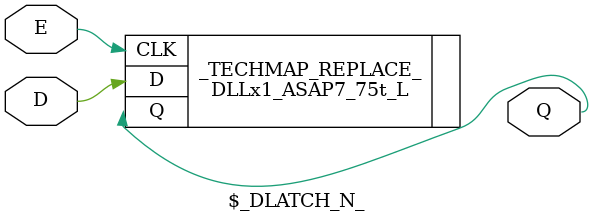
<source format=v>
module $_DLATCH_P_(input E, input D, output Q);
    DHLx1_ASAP7_75t_L _TECHMAP_REPLACE_ (
        .D(D),
        .CLK(E),
        .Q(Q)
        );
endmodule

module $_DLATCH_N_(input E, input D, output Q);
    DLLx1_ASAP7_75t_L _TECHMAP_REPLACE_ (
        .D(D),
        .CLK(E),
        .Q(Q)
        );
endmodule

</source>
